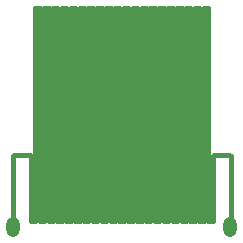
<source format=gts>
G04*
G04 #@! TF.GenerationSoftware,Altium Limited,Altium Designer,21.4.1 (30)*
G04*
G04 Layer_Color=8388736*
%FSAX44Y44*%
%MOMM*%
G71*
G04*
G04 #@! TF.SameCoordinates,300F7DDE-1E85-4507-BB81-479D1E03A725*
G04*
G04*
G04 #@! TF.FilePolarity,Negative*
G04*
G01*
G75*
%ADD12O,1.2032X1.7032*%
%ADD13C,0.4032*%
D12*
X00008000Y00010500D02*
D03*
X00192000D02*
D03*
D13*
X00192250Y00018000D02*
Y00070578D01*
X00178172Y00071750D02*
X00191078D01*
X00177000Y00070578D02*
X00178172Y00071750D01*
X00191078D02*
X00192250Y00070578D01*
X00177000Y00016000D02*
Y00070578D01*
X00023250Y00016000D02*
Y00070578D01*
X00008000D02*
X00009172Y00071750D01*
X00022078D02*
X00023250Y00070578D01*
X00009172Y00071750D02*
X00022078D01*
X00008000Y00018000D02*
Y00070578D01*
X00027000Y00016000D02*
Y00196000D01*
X00023250Y00016000D02*
X00027000D01*
X00087000Y00196000D02*
X00090750D01*
X00034500Y00016000D02*
Y00196000D01*
X00038250D01*
Y00016000D02*
Y00196000D01*
X00049500Y00016000D02*
Y00196000D01*
X00053250D01*
Y00016000D02*
Y00196000D01*
X00068250Y00016000D02*
Y00196000D01*
X00064500D02*
X00068250D01*
X00064500Y00016000D02*
Y00196000D01*
X00079500Y00016000D02*
Y00196000D01*
X00083250D01*
X00030750Y00016000D02*
X00034500D01*
X00038250D02*
X00042000D01*
X00053250D02*
X00057000D01*
X00045750D02*
X00049500D01*
X00075750D02*
X00079500D01*
X00083250D02*
X00087000D01*
X00068250D02*
X00072000D01*
X00060750D02*
X00064500D01*
X00105750D02*
X00109500D01*
X00113250D02*
X00117000D01*
X00098250D02*
X00102000D01*
X00090750D02*
X00094500D01*
X00135750D02*
X00139500D01*
X00143250D02*
X00147000D01*
X00128250D02*
X00132000D01*
X00120750D02*
X00124500D01*
X00165750D02*
X00169500D01*
X00173250D02*
X00177000D01*
X00158250D02*
X00162000D01*
X00150750D02*
X00154500D01*
X00147000Y00196000D02*
X00150750D01*
X00154500D02*
X00158250D01*
X00169500D02*
X00173250D01*
X00162000D02*
X00165750D01*
X00117000D02*
X00120750D01*
X00124500D02*
X00128250D01*
X00139500D02*
X00143250D01*
X00132000D02*
X00135750D01*
X00094500D02*
X00098250D01*
X00109500D02*
X00113250D01*
X00102000D02*
X00105750D01*
X00057000D02*
X00060750D01*
X00072000D02*
X00075750D01*
X00042000D02*
X00045750D01*
X00027000D02*
X00030750D01*
X00147000Y00016000D02*
Y00196000D01*
X00150750Y00016000D02*
Y00196000D01*
X00158250Y00016000D02*
Y00196000D01*
X00154500Y00016000D02*
Y00196000D01*
X00169500Y00016000D02*
Y00196000D01*
X00173250Y00016000D02*
Y00196000D01*
X00165750Y00016000D02*
Y00196000D01*
X00162000Y00016000D02*
Y00196000D01*
X00087000Y00016000D02*
Y00196000D01*
X00090750Y00016000D02*
Y00196000D01*
X00098250Y00016000D02*
Y00196000D01*
X00094500Y00016000D02*
Y00196000D01*
X00109500Y00016000D02*
Y00196000D01*
X00113250Y00016000D02*
Y00196000D01*
X00105750Y00016000D02*
Y00196000D01*
X00102000Y00016000D02*
Y00196000D01*
X00132000Y00016000D02*
Y00196000D01*
X00135750Y00016000D02*
Y00196000D01*
X00143250Y00016000D02*
Y00196000D01*
X00139500Y00016000D02*
Y00196000D01*
X00124500Y00016000D02*
Y00196000D01*
X00128250Y00016000D02*
Y00196000D01*
X00120750Y00016000D02*
Y00196000D01*
X00117000Y00016000D02*
Y00196000D01*
X00057000Y00016000D02*
Y00196000D01*
X00060750Y00016000D02*
Y00196000D01*
X00083250Y00016000D02*
Y00196000D01*
X00075750Y00016000D02*
Y00196000D01*
X00072000Y00016000D02*
Y00196000D01*
X00042000Y00016000D02*
Y00196000D01*
X00045750Y00016000D02*
Y00196000D01*
X00030750Y00016000D02*
Y00196000D01*
M02*

</source>
